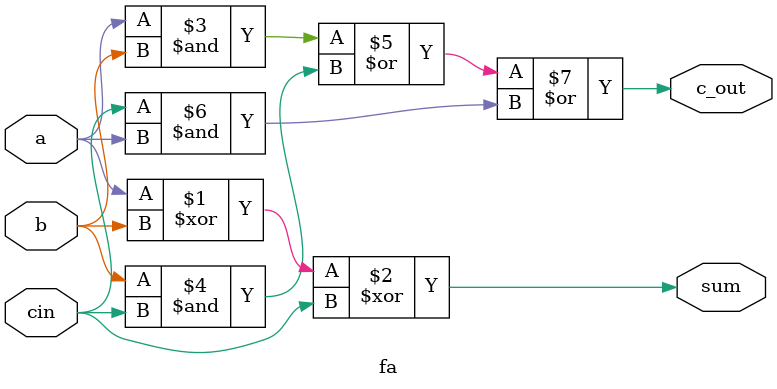
<source format=v>
 module fa(input a,input b,input cin,output sum,output c_out);
  assign sum=a^b^cin;
  assign c_out= a&b | b&cin | cin&a;
 endmodule

</source>
